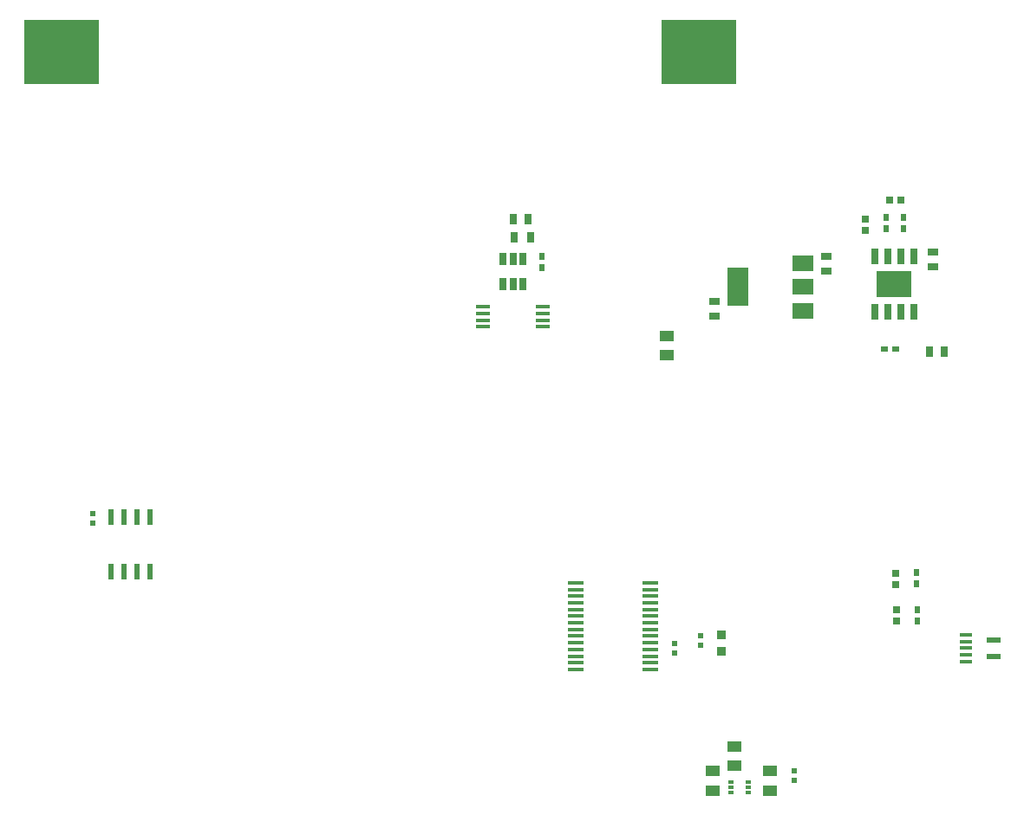
<source format=gbr>
%TF.GenerationSoftware,KiCad,Pcbnew,(6.0.2)*%
%TF.CreationDate,2022-03-20T22:54:28+02:00*%
%TF.ProjectId,main,6d61696e-2e6b-4696-9361-645f70636258,rev?*%
%TF.SameCoordinates,Original*%
%TF.FileFunction,Paste,Top*%
%TF.FilePolarity,Positive*%
%FSLAX46Y46*%
G04 Gerber Fmt 4.6, Leading zero omitted, Abs format (unit mm)*
G04 Created by KiCad (PCBNEW (6.0.2)) date 2022-03-20 22:54:28*
%MOMM*%
%LPD*%
G01*
G04 APERTURE LIST*
%ADD10R,7.340000X6.350000*%
%ADD11R,0.600000X0.750000*%
%ADD12R,0.650000X0.700000*%
%ADD13R,3.402000X2.513000*%
%ADD14R,0.700000X1.525000*%
%ADD15R,0.620000X0.600000*%
%ADD16R,1.400000X1.000000*%
%ADD17R,0.790000X1.020000*%
%ADD18R,0.750000X0.600000*%
%ADD19R,0.700000X0.650000*%
%ADD20R,0.800000X1.000000*%
%ADD21R,0.475000X0.300000*%
%ADD22R,2.000000X1.500000*%
%ADD23R,2.000000X3.800000*%
%ADD24R,1.020000X0.790000*%
%ADD25R,0.650000X1.200000*%
%ADD26R,1.350000X0.600000*%
%ADD27R,1.250000X0.400000*%
%ADD28R,0.600000X1.550000*%
%ADD29R,0.600000X1.600000*%
%ADD30R,1.475000X0.450000*%
%ADD31R,0.930000X0.870000*%
%ADD32R,1.500000X0.400000*%
G04 APERTURE END LIST*
D10*
%TO.C,U2*%
X88929000Y-63246000D03*
X151139000Y-63246000D03*
%TD*%
D11*
%TO.C,R4*%
X135763000Y-84370000D03*
X135763000Y-83270000D03*
%TD*%
D12*
%TO.C,D4*%
X170434000Y-118914000D03*
X170434000Y-117814000D03*
%TD*%
D13*
%TO.C,J4*%
X170180000Y-85979000D03*
D14*
X168275000Y-83267000D03*
X169545000Y-83267000D03*
X170815000Y-83267000D03*
X172085000Y-83267000D03*
X172085000Y-88691000D03*
X170815000Y-88691000D03*
X169545000Y-88691000D03*
X168275000Y-88691000D03*
%TD*%
D15*
%TO.C,C10*%
X91948000Y-109299000D03*
X91948000Y-108379000D03*
%TD*%
D12*
%TO.C,D5*%
X170307000Y-114258000D03*
X170307000Y-115358000D03*
%TD*%
D16*
%TO.C,R6*%
X158039000Y-133543000D03*
X158039000Y-135443000D03*
%TD*%
D17*
%TO.C,C1*%
X173651000Y-92583000D03*
X175091000Y-92583000D03*
%TD*%
D18*
%TO.C,R3*%
X169249000Y-92329000D03*
X170349000Y-92329000D03*
%TD*%
D11*
%TO.C,R1*%
X171069000Y-80560000D03*
X171069000Y-79460000D03*
%TD*%
%TO.C,R2*%
X169418000Y-80560000D03*
X169418000Y-79460000D03*
%TD*%
D12*
%TO.C,D2*%
X167386000Y-80687000D03*
X167386000Y-79587000D03*
%TD*%
D19*
%TO.C,D1*%
X169757000Y-77724000D03*
X170857000Y-77724000D03*
%TD*%
D20*
%TO.C,R5*%
X133058000Y-81407000D03*
X134658000Y-81407000D03*
%TD*%
D11*
%TO.C,R12*%
X172339000Y-114131000D03*
X172339000Y-115231000D03*
%TD*%
D15*
%TO.C,C7*%
X148717000Y-121079000D03*
X148717000Y-121999000D03*
%TD*%
D21*
%TO.C,IC2*%
X154280000Y-134628000D03*
X154280000Y-135128000D03*
X154280000Y-135628000D03*
X155956000Y-135628000D03*
X155956000Y-135128000D03*
X155956000Y-134628000D03*
%TD*%
D22*
%TO.C,U1*%
X161265000Y-83933000D03*
D23*
X154965000Y-86233000D03*
D22*
X161265000Y-86233000D03*
X161265000Y-88533000D03*
%TD*%
D24*
%TO.C,C5*%
X152654000Y-89112000D03*
X152654000Y-87672000D03*
%TD*%
D11*
%TO.C,R11*%
X172466000Y-118914000D03*
X172466000Y-117814000D03*
%TD*%
D16*
%TO.C,R9*%
X147955000Y-92898000D03*
X147955000Y-90998000D03*
%TD*%
D25*
%TO.C,IC1*%
X132019000Y-83459000D03*
X132969000Y-83459000D03*
X133919000Y-83459000D03*
X133919000Y-85959000D03*
X132969000Y-85959000D03*
X132019000Y-85959000D03*
%TD*%
D15*
%TO.C,C6*%
X160452000Y-134445000D03*
X160452000Y-133525000D03*
%TD*%
D26*
%TO.C,J3*%
X179866000Y-120739000D03*
X179866000Y-122339000D03*
D27*
X177216000Y-120239000D03*
X177216000Y-120889000D03*
X177216000Y-121539000D03*
X177216000Y-122189000D03*
X177216000Y-122839000D03*
%TD*%
D17*
%TO.C,C4*%
X133011000Y-79629000D03*
X134451000Y-79629000D03*
%TD*%
D28*
%TO.C,U4*%
X93726000Y-108679000D03*
X94996000Y-108679000D03*
X96266000Y-108679000D03*
X97536000Y-108679000D03*
X97536000Y-114079000D03*
X96266000Y-114079000D03*
X94996000Y-114079000D03*
D29*
X93726000Y-114079000D03*
%TD*%
D24*
%TO.C,C3*%
X163576000Y-84667000D03*
X163576000Y-83227000D03*
%TD*%
D16*
%TO.C,R8*%
X154610000Y-131130000D03*
X154610000Y-133030000D03*
%TD*%
D30*
%TO.C,Q1*%
X135907000Y-90129000D03*
X135907000Y-89479000D03*
X135907000Y-88829000D03*
X135907000Y-88179000D03*
X130031000Y-88179000D03*
X130031000Y-88829000D03*
X130031000Y-89479000D03*
X130031000Y-90129000D03*
%TD*%
D31*
%TO.C,C8*%
X153289000Y-121811000D03*
X153289000Y-120251000D03*
%TD*%
D15*
%TO.C,C9*%
X151257000Y-121237000D03*
X151257000Y-120317000D03*
%TD*%
D16*
%TO.C,R7*%
X152451000Y-135443000D03*
X152451000Y-133543000D03*
%TD*%
D32*
%TO.C,U3*%
X146373000Y-115155000D03*
X146373000Y-115805000D03*
X146373000Y-116455000D03*
X146373000Y-117105000D03*
X146373000Y-117755000D03*
X146373000Y-118405000D03*
X146373000Y-119055000D03*
X146373000Y-119705000D03*
X146373000Y-120355000D03*
X146373000Y-121005000D03*
X146373000Y-121655000D03*
X146373000Y-122305000D03*
X146373000Y-122955000D03*
X146373000Y-123605000D03*
X139123000Y-123605000D03*
X139123000Y-122955000D03*
X139123000Y-122305000D03*
X139123000Y-121655000D03*
X139123000Y-121005000D03*
X139123000Y-120355000D03*
X139123000Y-119705000D03*
X139123000Y-119055000D03*
X139123000Y-118405000D03*
X139123000Y-117755000D03*
X139123000Y-117105000D03*
X139123000Y-116455000D03*
X139123000Y-115805000D03*
X139123000Y-115155000D03*
%TD*%
D24*
%TO.C,C2*%
X173990000Y-82804000D03*
X173990000Y-84244000D03*
%TD*%
M02*

</source>
